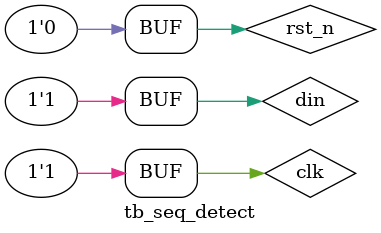
<source format=v>
`timescale 10ns/1ns
`include "seq_detect.v"

module tb_seq_detect;
  
  reg din, clk, rst_n;
  wire flag;
  
  seq_detect detector(flag, din, clk, rst_n);
  
  initial
  begin
    #0 rst_n <= 1;
    #20 rst_n <= 0;
  end
  
  initial
  begin
    clk = 1;
    repeat(30)
    begin
      #5 clk = ~clk;
    end
  end
  
  initial
  begin
    din = 0;
    
    #10 din = 0;
    #10 din = 0;
    #10 din = 0;
    #10 din = 1;
    #10 din = 1;
    #10 din = 0;
    #10 din = 0;
    #10 din = 1;
    #10 din = 0;
    #10 din = 1;
    #10 din = 1;
    #10 din = 0;
    #10 din = 1;
    #10 din = 1;
    
  end
  
endmodule

</source>
